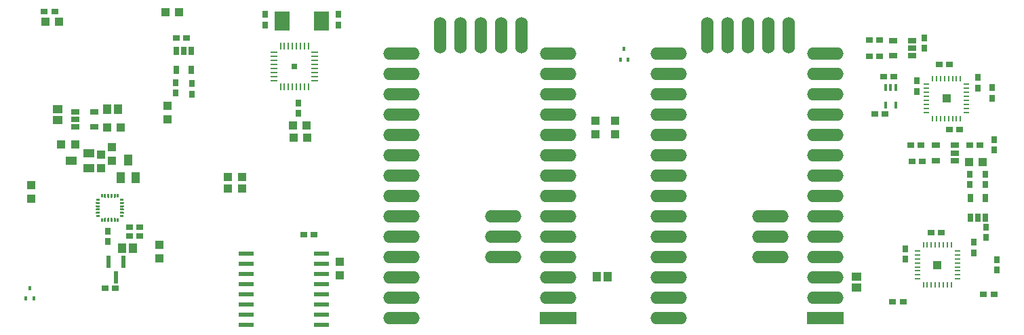
<source format=gbp>
G04*
G04 #@! TF.GenerationSoftware,Altium Limited,Altium Designer,21.9.2 (33)*
G04*
G04 Layer_Color=128*
%FSLAX25Y25*%
%MOIN*%
G70*
G04*
G04 #@! TF.SameCoordinates,4219B8C6-809A-426F-B61B-8FBD35EC1222*
G04*
G04*
G04 #@! TF.FilePolarity,Positive*
G04*
G01*
G75*
%ADD18R,0.03937X0.04331*%
%ADD25R,0.04331X0.03937*%
%ADD26R,0.03543X0.02756*%
%ADD27R,0.04331X0.02559*%
%ADD28R,0.02756X0.03543*%
%ADD32R,0.02559X0.04331*%
%ADD95R,0.05512X0.03937*%
%ADD96R,0.03937X0.05512*%
%ADD97R,0.02362X0.05906*%
%ADD98R,0.04000X0.05000*%
%ADD99R,0.18000X0.06000*%
%ADD100O,0.18000X0.06000*%
%ADD101O,0.06000X0.18000*%
%ADD102R,0.01575X0.02008*%
%ADD103R,0.07795X0.02087*%
%ADD104R,0.07480X0.09449*%
%ADD105O,0.00984X0.03543*%
%ADD106O,0.03543X0.00984*%
%ADD109O,0.00787X0.02756*%
%ADD110O,0.02756X0.00787*%
%ADD111R,0.01575X0.03543*%
%ADD112R,0.05000X0.04000*%
%ADD136R,0.01749X0.00784*%
%ADD137R,0.00784X0.01749*%
%ADD138R,0.00784X0.02162*%
%ADD139R,0.02162X0.00784*%
%ADD140R,0.02992X0.02992*%
%ADD141R,0.03937X0.03937*%
G36*
X18409Y-80029D02*
X20180D01*
Y-79045D01*
X18409D01*
Y-80029D01*
D02*
G37*
G36*
Y-78454D02*
X20180D01*
Y-77470D01*
X18409D01*
Y-78454D01*
D02*
G37*
G36*
Y-76880D02*
X20180D01*
Y-75895D01*
X18409D01*
Y-76880D01*
D02*
G37*
G36*
X20771Y-82391D02*
X21755D01*
Y-80620D01*
X20771D01*
Y-82391D01*
D02*
G37*
G36*
X22346D02*
X23330D01*
Y-80620D01*
X22346D01*
Y-82391D01*
D02*
G37*
G36*
X23921D02*
X24905D01*
Y-80620D01*
X23921D01*
Y-82391D01*
D02*
G37*
G36*
X18409Y-75305D02*
X20180D01*
Y-74321D01*
X18409D01*
Y-75305D01*
D02*
G37*
G36*
Y-73730D02*
X20180D01*
Y-72746D01*
X18409D01*
Y-73730D01*
D02*
G37*
G36*
Y-72155D02*
X20180D01*
Y-71171D01*
X18409D01*
Y-72155D01*
D02*
G37*
G36*
X20771Y-70580D02*
X21755D01*
Y-68809D01*
X20771D01*
Y-70580D01*
D02*
G37*
G36*
X22346D02*
X23330D01*
Y-68809D01*
X22346D01*
Y-70580D01*
D02*
G37*
G36*
X23921D02*
X24905D01*
Y-68809D01*
X23921D01*
Y-70580D01*
D02*
G37*
G36*
X25495Y-82391D02*
X26480D01*
Y-80620D01*
X25495D01*
Y-82391D01*
D02*
G37*
G36*
X27070D02*
X28054D01*
Y-80620D01*
X27070D01*
Y-82391D01*
D02*
G37*
G36*
X28645D02*
X29629D01*
Y-80620D01*
X28645D01*
Y-82391D01*
D02*
G37*
G36*
X30220Y-80029D02*
X31991D01*
Y-79045D01*
X30220D01*
Y-80029D01*
D02*
G37*
G36*
Y-78454D02*
X31991D01*
Y-77470D01*
X30220D01*
Y-78454D01*
D02*
G37*
G36*
Y-76880D02*
X31991D01*
Y-75895D01*
X30220D01*
Y-76880D01*
D02*
G37*
G36*
X25495Y-70580D02*
X26480D01*
Y-68809D01*
X25495D01*
Y-70580D01*
D02*
G37*
G36*
X27070D02*
X28054D01*
Y-68809D01*
X27070D01*
Y-70580D01*
D02*
G37*
G36*
X28645D02*
X29629D01*
Y-68809D01*
X28645D01*
Y-70580D01*
D02*
G37*
G36*
X30220Y-75305D02*
X31991D01*
Y-74321D01*
X30220D01*
Y-75305D01*
D02*
G37*
G36*
Y-73730D02*
X31991D01*
Y-72746D01*
X30220D01*
Y-73730D01*
D02*
G37*
G36*
Y-72155D02*
X31991D01*
Y-71171D01*
X30220D01*
Y-72155D01*
D02*
G37*
D18*
X20900Y-56147D02*
D03*
Y-49453D02*
D03*
X26200Y-52447D02*
D03*
Y-45753D02*
D03*
X49400Y-100547D02*
D03*
Y-93853D02*
D03*
X138333Y-108785D02*
D03*
Y-102092D02*
D03*
X53496Y-31985D02*
D03*
Y-25292D02*
D03*
X-13467Y-71085D02*
D03*
Y-64392D02*
D03*
X273433Y-32792D02*
D03*
Y-39485D02*
D03*
X263933Y-32792D02*
D03*
Y-39485D02*
D03*
D25*
X122146Y-41200D02*
D03*
X115454D02*
D03*
X1354Y-44500D02*
D03*
X8046D02*
D03*
X-6513Y16062D02*
D03*
X180D02*
D03*
X59280Y20662D02*
D03*
X52587D02*
D03*
X121843Y-35138D02*
D03*
X115150D02*
D03*
X83350Y-60438D02*
D03*
X90043D02*
D03*
X90043Y-65938D02*
D03*
X83350D02*
D03*
X23854Y-36000D02*
D03*
X30546D02*
D03*
X454280Y-53138D02*
D03*
X447587D02*
D03*
D26*
X27859Y-115100D02*
D03*
X22741D02*
D03*
X39859Y-89600D02*
D03*
X34741D02*
D03*
X39859Y-85200D02*
D03*
X34741D02*
D03*
X125492Y-88738D02*
D03*
X120374D02*
D03*
X-7026Y21062D02*
D03*
X-1908D02*
D03*
X62992Y7862D02*
D03*
X57874D02*
D03*
X442992Y-37138D02*
D03*
X437874D02*
D03*
X401237Y-29438D02*
D03*
X406355D02*
D03*
X410492Y-11138D02*
D03*
X405374D02*
D03*
X452992Y-44638D02*
D03*
X447874D02*
D03*
X418874D02*
D03*
X423992D02*
D03*
X419374Y-52638D02*
D03*
X424492D02*
D03*
X398374Y6862D02*
D03*
X403492D02*
D03*
X398374Y-1138D02*
D03*
X403492D02*
D03*
X409937Y-121638D02*
D03*
X415055D02*
D03*
X428874Y-87638D02*
D03*
X433992D02*
D03*
X454637Y-118038D02*
D03*
X459755D02*
D03*
X432874Y-5138D02*
D03*
X437992D02*
D03*
D27*
X17658Y-35879D02*
D03*
Y-28398D02*
D03*
X8209D02*
D03*
Y-32138D02*
D03*
Y-35879D02*
D03*
X431209Y-44898D02*
D03*
Y-52379D02*
D03*
X440657D02*
D03*
Y-48638D02*
D03*
Y-44898D02*
D03*
X410209Y6602D02*
D03*
Y-879D02*
D03*
X419657D02*
D03*
Y2862D02*
D03*
Y6602D02*
D03*
D28*
X24200Y-92159D02*
D03*
Y-87041D02*
D03*
X137496Y14302D02*
D03*
Y19421D02*
D03*
X101492Y14302D02*
D03*
Y19421D02*
D03*
X117933Y-29197D02*
D03*
Y-24079D02*
D03*
X57496Y-19197D02*
D03*
Y-14079D02*
D03*
X65433Y-14579D02*
D03*
Y-19697D02*
D03*
X451933Y-11579D02*
D03*
Y-16698D02*
D03*
X421796Y-13179D02*
D03*
Y-18297D02*
D03*
X459933Y-42079D02*
D03*
Y-47197D02*
D03*
X447933Y-59079D02*
D03*
Y-64197D02*
D03*
X455433Y-59079D02*
D03*
Y-64197D02*
D03*
X455933Y-90139D02*
D03*
Y-85020D02*
D03*
X425433Y2802D02*
D03*
Y7921D02*
D03*
X449896Y-92579D02*
D03*
Y-97698D02*
D03*
X416096Y-95679D02*
D03*
Y-100797D02*
D03*
X461196Y-106198D02*
D03*
Y-101079D02*
D03*
X458696Y-21698D02*
D03*
Y-16579D02*
D03*
D32*
X57693Y-7863D02*
D03*
X65173D02*
D03*
Y1586D02*
D03*
X61433D02*
D03*
X57693D02*
D03*
X455673Y-70914D02*
D03*
X448193D02*
D03*
Y-80363D02*
D03*
X451933D02*
D03*
X455673D02*
D03*
D95*
X6269Y-52500D02*
D03*
X14931Y-56240D02*
D03*
Y-48760D02*
D03*
D96*
X34100Y-52269D02*
D03*
X30360Y-60931D02*
D03*
X37840D02*
D03*
D97*
X24360Y-102160D02*
D03*
X31840D02*
D03*
X28100Y-109640D02*
D03*
D98*
X31350Y-95600D02*
D03*
X36650D02*
D03*
X29146Y-27138D02*
D03*
X23846D02*
D03*
X269946Y-109438D02*
D03*
X264646D02*
D03*
D99*
X245433Y-129638D02*
D03*
X376933D02*
D03*
D100*
X245433Y-119638D02*
D03*
Y-109638D02*
D03*
Y-99638D02*
D03*
Y-89638D02*
D03*
Y-79638D02*
D03*
Y-69638D02*
D03*
X168433Y-39638D02*
D03*
Y-29638D02*
D03*
Y-19638D02*
D03*
Y-9638D02*
D03*
Y362D02*
D03*
X245433D02*
D03*
Y-9638D02*
D03*
Y-19638D02*
D03*
Y-29638D02*
D03*
Y-39638D02*
D03*
Y-49638D02*
D03*
Y-59638D02*
D03*
X218433Y-99638D02*
D03*
Y-89638D02*
D03*
Y-79638D02*
D03*
X168433Y-49638D02*
D03*
Y-59638D02*
D03*
Y-69638D02*
D03*
Y-79638D02*
D03*
Y-89638D02*
D03*
Y-99638D02*
D03*
Y-109638D02*
D03*
Y-119638D02*
D03*
Y-129638D02*
D03*
X299933D02*
D03*
Y-119638D02*
D03*
Y-109638D02*
D03*
Y-99638D02*
D03*
Y-89638D02*
D03*
Y-79638D02*
D03*
Y-69638D02*
D03*
Y-59638D02*
D03*
Y-49638D02*
D03*
X349933Y-79638D02*
D03*
Y-89638D02*
D03*
Y-99638D02*
D03*
X376933Y-59638D02*
D03*
Y-49638D02*
D03*
Y-39638D02*
D03*
Y-29638D02*
D03*
Y-19638D02*
D03*
Y-9638D02*
D03*
Y362D02*
D03*
X299933D02*
D03*
Y-9638D02*
D03*
Y-19638D02*
D03*
Y-29638D02*
D03*
Y-39638D02*
D03*
X376933Y-69638D02*
D03*
Y-79638D02*
D03*
Y-89638D02*
D03*
Y-99638D02*
D03*
Y-109638D02*
D03*
Y-119638D02*
D03*
D101*
X187433Y9362D02*
D03*
X197433D02*
D03*
X207433D02*
D03*
X227433D02*
D03*
X217433D02*
D03*
X348933D02*
D03*
X358933D02*
D03*
X338933D02*
D03*
X328933D02*
D03*
X318933D02*
D03*
D102*
X-14067Y-115079D02*
D03*
X-16036Y-120197D02*
D03*
X-12098D02*
D03*
X279965Y-2698D02*
D03*
X276027D02*
D03*
X277996Y2421D02*
D03*
D103*
X129233Y-98138D02*
D03*
Y-103138D02*
D03*
Y-108138D02*
D03*
Y-113138D02*
D03*
Y-118138D02*
D03*
Y-123138D02*
D03*
Y-128138D02*
D03*
Y-133138D02*
D03*
X92343Y-98138D02*
D03*
Y-103138D02*
D03*
Y-108138D02*
D03*
Y-113138D02*
D03*
Y-118138D02*
D03*
Y-123138D02*
D03*
Y-128138D02*
D03*
Y-133138D02*
D03*
D104*
X109850Y16362D02*
D03*
X129142D02*
D03*
D105*
X109043Y3901D02*
D03*
X111012D02*
D03*
X112980D02*
D03*
X114949D02*
D03*
X116917D02*
D03*
X118886D02*
D03*
X120854D02*
D03*
X122823D02*
D03*
Y-16178D02*
D03*
X120854D02*
D03*
X118886D02*
D03*
X116917D02*
D03*
X114949D02*
D03*
X112980D02*
D03*
X111012D02*
D03*
X109043D02*
D03*
D106*
X125972Y751D02*
D03*
Y-1217D02*
D03*
Y-3186D02*
D03*
Y-5154D02*
D03*
Y-7123D02*
D03*
Y-9091D02*
D03*
Y-11060D02*
D03*
Y-13028D02*
D03*
X105894D02*
D03*
Y-11060D02*
D03*
Y-9091D02*
D03*
Y-7123D02*
D03*
Y-5154D02*
D03*
Y-3186D02*
D03*
Y-1217D02*
D03*
Y751D02*
D03*
D109*
X429543Y-11969D02*
D03*
X431512D02*
D03*
X433480D02*
D03*
X435449D02*
D03*
X437417D02*
D03*
X439386D02*
D03*
X441354D02*
D03*
X443323D02*
D03*
Y-31654D02*
D03*
X441354D02*
D03*
X439386D02*
D03*
X437417D02*
D03*
X435449D02*
D03*
X433480D02*
D03*
X431512D02*
D03*
X429543D02*
D03*
X425043Y-93796D02*
D03*
X427012D02*
D03*
X428980D02*
D03*
X430949D02*
D03*
X432917D02*
D03*
X434886D02*
D03*
X436854D02*
D03*
X438823D02*
D03*
Y-113481D02*
D03*
X436854D02*
D03*
X434886D02*
D03*
X432917D02*
D03*
X430949D02*
D03*
X428980D02*
D03*
X427012D02*
D03*
X425043D02*
D03*
D110*
X446276Y-14922D02*
D03*
Y-16890D02*
D03*
Y-18859D02*
D03*
Y-20827D02*
D03*
Y-22796D02*
D03*
Y-24764D02*
D03*
Y-26733D02*
D03*
Y-28701D02*
D03*
X426590D02*
D03*
Y-26733D02*
D03*
Y-24764D02*
D03*
Y-22796D02*
D03*
Y-20827D02*
D03*
Y-18859D02*
D03*
Y-16890D02*
D03*
Y-14922D02*
D03*
X441776Y-96749D02*
D03*
Y-98717D02*
D03*
Y-100686D02*
D03*
Y-102654D02*
D03*
Y-104623D02*
D03*
Y-106591D02*
D03*
Y-108560D02*
D03*
Y-110528D02*
D03*
X422090D02*
D03*
Y-108560D02*
D03*
Y-106591D02*
D03*
Y-104623D02*
D03*
Y-102654D02*
D03*
Y-100686D02*
D03*
Y-98717D02*
D03*
Y-96749D02*
D03*
D111*
X406374Y-24969D02*
D03*
X411492D02*
D03*
Y-16308D02*
D03*
X408933D02*
D03*
X406374D02*
D03*
D112*
X-567Y-32288D02*
D03*
Y-26988D02*
D03*
X392296Y-114888D02*
D03*
Y-109588D02*
D03*
D136*
X31312Y-71663D02*
D03*
X19088D02*
D03*
X31312Y-79537D02*
D03*
D137*
X29137Y-81712D02*
D03*
X21263D02*
D03*
Y-69488D02*
D03*
X29137D02*
D03*
D138*
X27562Y-81506D02*
D03*
X25987D02*
D03*
X24413D02*
D03*
X22838D02*
D03*
Y-69695D02*
D03*
X24413D02*
D03*
X25987D02*
D03*
X27562D02*
D03*
D139*
X19295Y-77962D02*
D03*
Y-76387D02*
D03*
Y-74813D02*
D03*
Y-73238D02*
D03*
X31106D02*
D03*
Y-74813D02*
D03*
Y-76387D02*
D03*
Y-77962D02*
D03*
D140*
X115933Y-6138D02*
D03*
D141*
X436433Y-21812D02*
D03*
X431933Y-103638D02*
D03*
M02*

</source>
